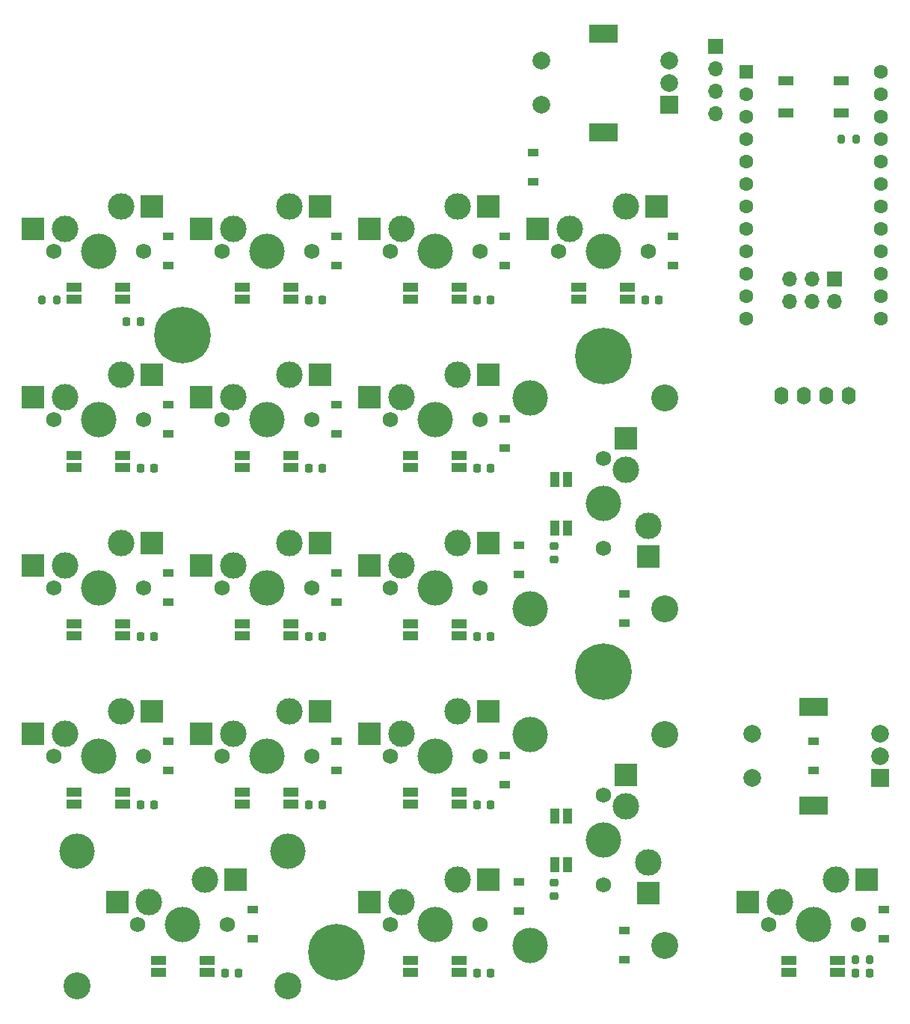
<source format=gbr>
%TF.GenerationSoftware,KiCad,Pcbnew,(6.0.0)*%
%TF.CreationDate,2022-02-03T18:26:45-05:00*%
%TF.ProjectId,numpad,6e756d70-6164-42e6-9b69-6361645f7063,rev?*%
%TF.SameCoordinates,Original*%
%TF.FileFunction,Soldermask,Bot*%
%TF.FilePolarity,Negative*%
%FSLAX46Y46*%
G04 Gerber Fmt 4.6, Leading zero omitted, Abs format (unit mm)*
G04 Created by KiCad (PCBNEW (6.0.0)) date 2022-02-03 18:26:45*
%MOMM*%
%LPD*%
G01*
G04 APERTURE LIST*
G04 Aperture macros list*
%AMRoundRect*
0 Rectangle with rounded corners*
0 $1 Rounding radius*
0 $2 $3 $4 $5 $6 $7 $8 $9 X,Y pos of 4 corners*
0 Add a 4 corners polygon primitive as box body*
4,1,4,$2,$3,$4,$5,$6,$7,$8,$9,$2,$3,0*
0 Add four circle primitives for the rounded corners*
1,1,$1+$1,$2,$3*
1,1,$1+$1,$4,$5*
1,1,$1+$1,$6,$7*
1,1,$1+$1,$8,$9*
0 Add four rect primitives between the rounded corners*
20,1,$1+$1,$2,$3,$4,$5,0*
20,1,$1+$1,$4,$5,$6,$7,0*
20,1,$1+$1,$6,$7,$8,$9,0*
20,1,$1+$1,$8,$9,$2,$3,0*%
G04 Aperture macros list end*
%ADD10C,1.750000*%
%ADD11C,4.000000*%
%ADD12C,3.000000*%
%ADD13R,2.550000X2.500000*%
%ADD14R,1.700000X1.700000*%
%ADD15O,1.700000X1.700000*%
%ADD16O,1.600000X2.000000*%
%ADD17C,2.000000*%
%ADD18R,3.200000X2.000000*%
%ADD19R,2.000000X2.000000*%
%ADD20R,1.600000X1.600000*%
%ADD21C,1.600000*%
%ADD22C,6.400000*%
%ADD23C,3.050000*%
%ADD24R,2.500000X2.550000*%
%ADD25RoundRect,0.200000X0.200000X0.275000X-0.200000X0.275000X-0.200000X-0.275000X0.200000X-0.275000X0*%
%ADD26R,1.800000X1.100000*%
%ADD27R,1.200000X0.900000*%
%ADD28R,1.000000X1.700000*%
%ADD29R,1.700000X1.000000*%
%ADD30RoundRect,0.225000X-0.225000X-0.250000X0.225000X-0.250000X0.225000X0.250000X-0.225000X0.250000X0*%
%ADD31RoundRect,0.200000X-0.200000X-0.275000X0.200000X-0.275000X0.200000X0.275000X-0.200000X0.275000X0*%
%ADD32RoundRect,0.225000X-0.250000X0.225000X-0.250000X-0.225000X0.250000X-0.225000X0.250000X0.225000X0*%
%ADD33RoundRect,0.225000X0.225000X0.250000X-0.225000X0.250000X-0.225000X-0.250000X0.225000X-0.250000X0*%
G04 APERTURE END LIST*
D10*
%TO.C,MX1*%
X93975050Y-88895050D03*
D11*
X88895050Y-88895050D03*
D12*
X85085050Y-86355050D03*
X91435050Y-83815050D03*
D10*
X83815050Y-88895050D03*
D13*
X81485050Y-86355050D03*
X94910050Y-83815050D03*
%TD*%
D14*
%TO.C,J1*%
X172243750Y-92069437D03*
D15*
X172243750Y-94609437D03*
X169703750Y-92069437D03*
X169703750Y-94609437D03*
X167163750Y-92069437D03*
X167163750Y-94609437D03*
%TD*%
D16*
%TO.C,OLED1*%
X173851800Y-105280200D03*
X171311800Y-105280200D03*
X166231800Y-105280200D03*
X168771800Y-105280200D03*
%TD*%
D17*
%TO.C,ROT2*%
X162891950Y-143545050D03*
X162891950Y-148545050D03*
D18*
X169891950Y-140445050D03*
X169891950Y-151645050D03*
D17*
X177391950Y-143545050D03*
X177391950Y-146045050D03*
D19*
X177391950Y-148545050D03*
%TD*%
D14*
%TO.C,J2*%
X158750000Y-65722500D03*
D15*
X158750000Y-68262500D03*
X158750000Y-70802500D03*
X158750000Y-73342500D03*
%TD*%
D20*
%TO.C,U1*%
X162242650Y-68575050D03*
D21*
X162242650Y-71115050D03*
X162242650Y-73655050D03*
X162242650Y-76195050D03*
X162242650Y-78735050D03*
X162242650Y-81275050D03*
X162242650Y-83815050D03*
X162242650Y-86355050D03*
X162242650Y-88895050D03*
X162242650Y-91435050D03*
X162242650Y-93975050D03*
X162242650Y-96515050D03*
X177482650Y-96515050D03*
X177482650Y-93975050D03*
X177482650Y-91435050D03*
X177482650Y-88895050D03*
X177482650Y-86355050D03*
X177482650Y-83815050D03*
X177482650Y-81275050D03*
X177482650Y-78735050D03*
X177482650Y-76195050D03*
X177482650Y-73655050D03*
X177482650Y-71115050D03*
X177482650Y-68575050D03*
%TD*%
D22*
%TO.C,H1*%
X115882550Y-168270050D03*
%TD*%
%TO.C,H2*%
X146045050Y-136520050D03*
%TD*%
%TO.C,H3*%
X98420050Y-98420050D03*
%TD*%
%TO.C,H4*%
X146050000Y-100806250D03*
%TD*%
D10*
%TO.C,MX12*%
X93975050Y-146045050D03*
D11*
X88895050Y-146045050D03*
D12*
X85085050Y-143505050D03*
X91435050Y-140965050D03*
D10*
X83815050Y-146045050D03*
D13*
X81485050Y-143505050D03*
X94910050Y-140965050D03*
%TD*%
D10*
%TO.C,MX16*%
X132075050Y-165095050D03*
D11*
X126995050Y-165095050D03*
D12*
X123185050Y-162555050D03*
X129535050Y-160015050D03*
D10*
X121915050Y-165095050D03*
D13*
X119585050Y-162555050D03*
X133010050Y-160015050D03*
%TD*%
D10*
%TO.C,MX7*%
X151125050Y-88895050D03*
D11*
X146045050Y-88895050D03*
D12*
X142235050Y-86355050D03*
X148585050Y-83815050D03*
D10*
X140965050Y-88895050D03*
D13*
X138635050Y-86355050D03*
X152060050Y-83815050D03*
%TD*%
D10*
%TO.C,MX2*%
X113025050Y-88895050D03*
D11*
X107945050Y-88895050D03*
D12*
X104135050Y-86355050D03*
X110485050Y-83815050D03*
D10*
X102865050Y-88895050D03*
D13*
X100535050Y-86355050D03*
X113960050Y-83815050D03*
%TD*%
D12*
%TO.C,MX18*%
X166047550Y-162555050D03*
D10*
X164777550Y-165095050D03*
X174937550Y-165095050D03*
D12*
X172397550Y-160015050D03*
D11*
X169857550Y-165095050D03*
D13*
X162447550Y-162555050D03*
X175872550Y-160015050D03*
%TD*%
D23*
%TO.C,MX15*%
X86482050Y-172095050D03*
D12*
X94610050Y-162555050D03*
D23*
X110358050Y-172095050D03*
D11*
X86482050Y-156855050D03*
X110358050Y-156855050D03*
D10*
X93340050Y-165095050D03*
D12*
X100960050Y-160015050D03*
D11*
X98420050Y-165095050D03*
D10*
X103500050Y-165095050D03*
D13*
X91010050Y-162555050D03*
X104435050Y-160015050D03*
%TD*%
D12*
%TO.C,MX17*%
X151125050Y-158110050D03*
D11*
X137805050Y-143632050D03*
D10*
X146045050Y-160650050D03*
D11*
X137805050Y-167508050D03*
D10*
X146045050Y-150490050D03*
D12*
X148585050Y-151760050D03*
D11*
X146045050Y-155570050D03*
D23*
X153045050Y-167508050D03*
X153045050Y-143632050D03*
D24*
X148585050Y-148160050D03*
X151125050Y-161585050D03*
%TD*%
D17*
%TO.C,ROT1*%
X139045050Y-67345050D03*
X139045050Y-72345050D03*
D18*
X146045050Y-64245050D03*
X146045050Y-75445050D03*
D17*
X153545050Y-67345050D03*
X153545050Y-69845050D03*
D19*
X153545050Y-72345050D03*
%TD*%
D10*
%TO.C,MX3*%
X132075050Y-88895050D03*
D11*
X126995050Y-88895050D03*
D12*
X123185050Y-86355050D03*
X129535050Y-83815050D03*
D10*
X121915050Y-88895050D03*
D13*
X119585050Y-86355050D03*
X133010050Y-83815050D03*
%TD*%
D10*
%TO.C,MX6*%
X132075050Y-107945050D03*
D11*
X126995050Y-107945050D03*
D12*
X123185050Y-105405050D03*
X129535050Y-102865050D03*
D10*
X121915050Y-107945050D03*
D13*
X119585050Y-105405050D03*
X133010050Y-102865050D03*
%TD*%
D10*
%TO.C,MX13*%
X113025050Y-146045050D03*
D11*
X107945050Y-146045050D03*
D12*
X104135050Y-143505050D03*
X110485050Y-140965050D03*
D10*
X102865050Y-146045050D03*
D13*
X100535050Y-143505050D03*
X113960050Y-140965050D03*
%TD*%
D12*
%TO.C,MX11*%
X151125050Y-120010050D03*
D11*
X137805050Y-105532050D03*
D10*
X146045050Y-122550050D03*
D11*
X137805050Y-129408050D03*
D10*
X146045050Y-112390050D03*
D12*
X148585050Y-113660050D03*
D11*
X146045050Y-117470050D03*
D23*
X153045050Y-129408050D03*
X153045050Y-105532050D03*
D24*
X148585050Y-110060050D03*
X151125050Y-123485050D03*
%TD*%
D10*
%TO.C,MX5*%
X113025050Y-107945050D03*
D11*
X107945050Y-107945050D03*
D12*
X104135050Y-105405050D03*
X110485050Y-102865050D03*
D10*
X102865050Y-107945050D03*
D13*
X100535050Y-105405050D03*
X113960050Y-102865050D03*
%TD*%
D10*
%TO.C,MX9*%
X113025050Y-126995050D03*
D11*
X107945050Y-126995050D03*
D12*
X104135050Y-124455050D03*
X110485050Y-121915050D03*
D10*
X102865050Y-126995050D03*
D13*
X100535050Y-124455050D03*
X113960050Y-121915050D03*
%TD*%
D10*
%TO.C,MX10*%
X132075050Y-126995050D03*
D11*
X126995050Y-126995050D03*
D12*
X123185050Y-124455050D03*
X129535050Y-121915050D03*
D10*
X121915050Y-126995050D03*
D13*
X119585050Y-124455050D03*
X133010050Y-121915050D03*
%TD*%
D10*
%TO.C,MX14*%
X132075050Y-146045050D03*
D11*
X126995050Y-146045050D03*
D12*
X123185050Y-143505050D03*
X129535050Y-140965050D03*
D10*
X121915050Y-146045050D03*
D13*
X119585050Y-143505050D03*
X133010050Y-140965050D03*
%TD*%
D10*
%TO.C,MX4*%
X93975050Y-107945050D03*
D11*
X88895050Y-107945050D03*
D12*
X85085050Y-105405050D03*
X91435050Y-102865050D03*
D10*
X83815050Y-107945050D03*
D13*
X81485050Y-105405050D03*
X94910050Y-102865050D03*
%TD*%
D10*
%TO.C,MX8*%
X93975050Y-126995050D03*
D11*
X88895050Y-126995050D03*
D12*
X85085050Y-124455050D03*
X91435050Y-121915050D03*
D10*
X83815050Y-126995050D03*
D13*
X81485050Y-124455050D03*
X94910050Y-121915050D03*
%TD*%
D25*
%TO.C,R2*%
X174656150Y-76195450D03*
X173006150Y-76195450D03*
%TD*%
D26*
%TO.C,SW1*%
X166762650Y-73283250D03*
X172962650Y-73283250D03*
X166762650Y-69583250D03*
X172962650Y-69583250D03*
%TD*%
D27*
%TO.C,D5*%
X115882550Y-109595050D03*
X115882550Y-106295050D03*
%TD*%
%TO.C,D6*%
X134932550Y-111182550D03*
X134932550Y-107882550D03*
%TD*%
%TO.C,D4*%
X96832550Y-109595050D03*
X96832550Y-106295050D03*
%TD*%
D28*
%TO.C,LED8*%
X140582550Y-120220050D03*
X141982550Y-120220050D03*
X141982550Y-114720050D03*
X140582550Y-114720050D03*
%TD*%
D29*
%TO.C,LED18*%
X172607550Y-170557550D03*
X172607550Y-169157550D03*
X167107550Y-169157550D03*
X167107550Y-170557550D03*
%TD*%
%TO.C,LED9*%
X91645050Y-132457550D03*
X91645050Y-131057550D03*
X86145050Y-131057550D03*
X86145050Y-132457550D03*
%TD*%
%TO.C,LED6*%
X110695050Y-113407550D03*
X110695050Y-112007550D03*
X105195050Y-112007550D03*
X105195050Y-113407550D03*
%TD*%
%TO.C,LED1*%
X91645050Y-94357550D03*
X91645050Y-92957550D03*
X86145050Y-92957550D03*
X86145050Y-94357550D03*
%TD*%
D30*
%TO.C,C7*%
X131781250Y-113506250D03*
X133331250Y-113506250D03*
%TD*%
D31*
%TO.C,R3*%
X174593750Y-169068750D03*
X176243750Y-169068750D03*
%TD*%
D27*
%TO.C,D8*%
X96832550Y-128645050D03*
X96832550Y-125345050D03*
%TD*%
%TO.C,RD2*%
X169857550Y-147695050D03*
X169857550Y-144395050D03*
%TD*%
D30*
%TO.C,C11*%
X131781250Y-132551300D03*
X133331250Y-132551300D03*
%TD*%
%TO.C,C9*%
X93681250Y-132556250D03*
X95231250Y-132556250D03*
%TD*%
D27*
%TO.C,D10*%
X136520050Y-125470050D03*
X136520050Y-122170050D03*
%TD*%
%TO.C,D12*%
X96832550Y-147695050D03*
X96832550Y-144395050D03*
%TD*%
D30*
%TO.C,C10*%
X112731250Y-132556250D03*
X114281250Y-132556250D03*
%TD*%
D27*
%TO.C,D18*%
X177795050Y-166745050D03*
X177795050Y-163445050D03*
%TD*%
D28*
%TO.C,LED15*%
X140582550Y-158320050D03*
X141982550Y-158320050D03*
X141982550Y-152820050D03*
X140582550Y-152820050D03*
%TD*%
D30*
%TO.C,C18*%
X174643750Y-170651300D03*
X176193750Y-170651300D03*
%TD*%
%TO.C,C6*%
X112731250Y-113501300D03*
X114281250Y-113501300D03*
%TD*%
D27*
%TO.C,D3*%
X134932550Y-90545050D03*
X134932550Y-87245050D03*
%TD*%
%TO.C,D2*%
X115882550Y-90545050D03*
X115882550Y-87245050D03*
%TD*%
%TO.C,D15*%
X106357550Y-166745050D03*
X106357550Y-163445050D03*
%TD*%
D32*
%TO.C,C8*%
X140493750Y-122256250D03*
X140493750Y-123806250D03*
%TD*%
D30*
%TO.C,C16*%
X103206250Y-170656250D03*
X104756250Y-170656250D03*
%TD*%
D27*
%TO.C,D9*%
X115882550Y-128645050D03*
X115882550Y-125345050D03*
%TD*%
D29*
%TO.C,LED2*%
X110695050Y-94357550D03*
X110695050Y-92957550D03*
X105195050Y-92957550D03*
X105195050Y-94357550D03*
%TD*%
%TO.C,LED4*%
X148795050Y-94357550D03*
X148795050Y-92957550D03*
X143295050Y-92957550D03*
X143295050Y-94357550D03*
%TD*%
D30*
%TO.C,C2*%
X112731250Y-94456250D03*
X114281250Y-94456250D03*
%TD*%
%TO.C,C3*%
X131781250Y-94456250D03*
X133331250Y-94456250D03*
%TD*%
D27*
%TO.C,D1*%
X96832550Y-90545050D03*
X96832550Y-87245050D03*
%TD*%
%TO.C,D13*%
X115882550Y-147695050D03*
X115882550Y-144395050D03*
%TD*%
D29*
%TO.C,LED11*%
X129745050Y-132457550D03*
X129745050Y-131057550D03*
X124245050Y-131057550D03*
X124245050Y-132457550D03*
%TD*%
%TO.C,LED10*%
X110695050Y-132457550D03*
X110695050Y-131057550D03*
X105195050Y-131057550D03*
X105195050Y-132457550D03*
%TD*%
%TO.C,LED14*%
X129745050Y-151507550D03*
X129745050Y-150107550D03*
X124245050Y-150107550D03*
X124245050Y-151507550D03*
%TD*%
%TO.C,LED7*%
X129745050Y-113407550D03*
X129745050Y-112007550D03*
X124245050Y-112007550D03*
X124245050Y-113407550D03*
%TD*%
D30*
%TO.C,C12*%
X93681250Y-151601300D03*
X95231250Y-151601300D03*
%TD*%
D29*
%TO.C,LED17*%
X129745050Y-170557550D03*
X129745050Y-169157550D03*
X124245050Y-169157550D03*
X124245050Y-170557550D03*
%TD*%
%TO.C,LED5*%
X91645050Y-113407550D03*
X91645050Y-112007550D03*
X86145050Y-112007550D03*
X86145050Y-113407550D03*
%TD*%
D27*
%TO.C,D14*%
X134932550Y-149282550D03*
X134932550Y-145982550D03*
%TD*%
%TO.C,RD1*%
X138112500Y-81025000D03*
X138112500Y-77725000D03*
%TD*%
D30*
%TO.C,C14*%
X131781250Y-151601300D03*
X133331250Y-151601300D03*
%TD*%
%TO.C,C17*%
X131781250Y-170651300D03*
X133331250Y-170651300D03*
%TD*%
%TO.C,C13*%
X112731250Y-151606250D03*
X114281250Y-151606250D03*
%TD*%
D32*
%TO.C,C15*%
X140493750Y-160356250D03*
X140493750Y-161906250D03*
%TD*%
D29*
%TO.C,LED12*%
X91645050Y-151507550D03*
X91645050Y-150107550D03*
X86145050Y-150107550D03*
X86145050Y-151507550D03*
%TD*%
D27*
%TO.C,D16*%
X136520050Y-163570050D03*
X136520050Y-160270050D03*
%TD*%
D33*
%TO.C,C1*%
X93643750Y-96837500D03*
X92093750Y-96837500D03*
%TD*%
D29*
%TO.C,LED16*%
X101170050Y-170557550D03*
X101170050Y-169157550D03*
X95670050Y-169157550D03*
X95670050Y-170557550D03*
%TD*%
D31*
%TO.C,R1*%
X82518750Y-94456250D03*
X84168750Y-94456250D03*
%TD*%
D29*
%TO.C,LED3*%
X129745050Y-94357550D03*
X129745050Y-92957550D03*
X124245050Y-92957550D03*
X124245050Y-94357550D03*
%TD*%
D27*
%TO.C,D7*%
X153982550Y-90545050D03*
X153982550Y-87245050D03*
%TD*%
D29*
%TO.C,LED13*%
X110695050Y-151507550D03*
X110695050Y-150107550D03*
X105195050Y-150107550D03*
X105195050Y-151507550D03*
%TD*%
D30*
%TO.C,C5*%
X93681250Y-113501300D03*
X95231250Y-113501300D03*
%TD*%
D27*
%TO.C,D11*%
X148426300Y-131026300D03*
X148426300Y-127726300D03*
%TD*%
%TO.C,D17*%
X148426300Y-169126300D03*
X148426300Y-165826300D03*
%TD*%
D30*
%TO.C,C4*%
X150831250Y-94451300D03*
X152381250Y-94451300D03*
%TD*%
M02*

</source>
